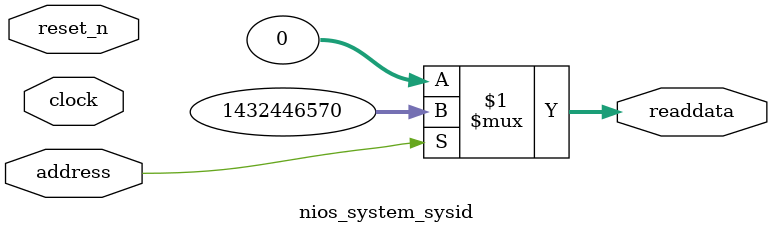
<source format=v>

`timescale 1ns / 1ps
// synthesis translate_on

// turn off superfluous verilog processor warnings 
// altera message_level Level1 
// altera message_off 10034 10035 10036 10037 10230 10240 10030 

module nios_system_sysid (
               // inputs:
                address,
                clock,
                reset_n,

               // outputs:
                readdata
             )
;

  output  [ 31: 0] readdata;
  input            address;
  input            clock;
  input            reset_n;

  wire    [ 31: 0] readdata;
  //control_slave, which is an e_avalon_slave
  assign readdata = address ? 1432446570 : 0;

endmodule




</source>
